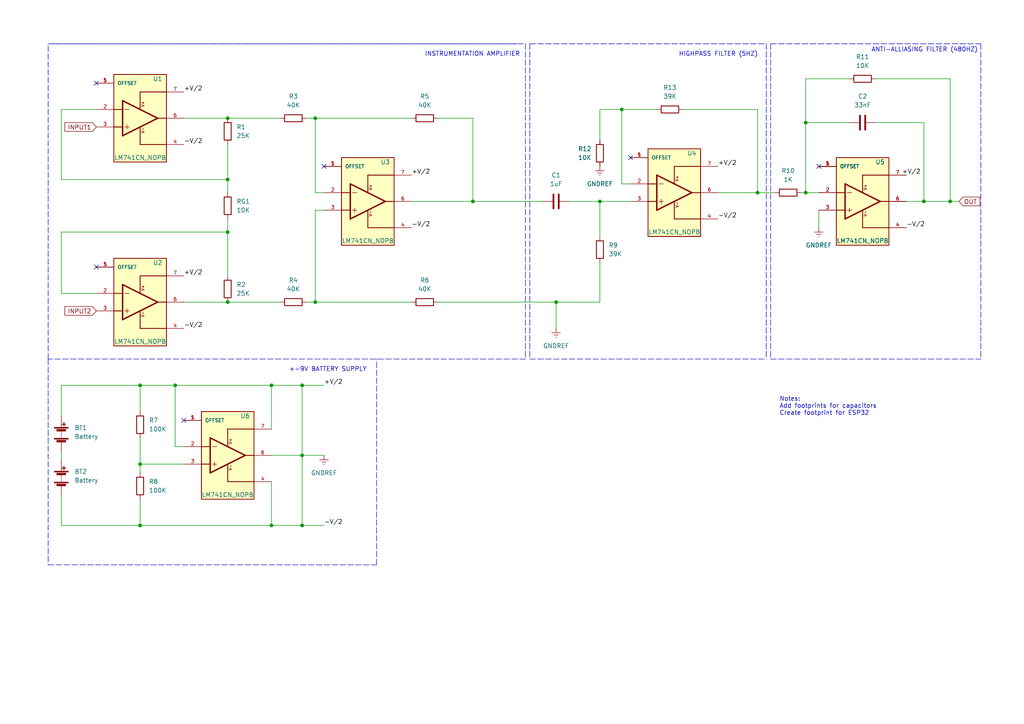
<source format=kicad_sch>
(kicad_sch (version 20211123) (generator eeschema)
  (paper "A4")
  (title_block (title "EMG_Circuit_v2.0 by Liapodimitris Efstathios Chrysovalantis") (date "2025-04-08") (rev "2"))
  (lib_symbols
    (symbol "Device:Battery" (pin_numbers hide) (pin_names (offset 0) hide)
      (property "Reference" "BT" (at 2.54 2.54 0))
      (property "Value" "Battery" (at 2.54 0 0))
      (symbol "Battery_0_1"
        (rectangle (start -2.032 -1.397) (end 2.032 -1.651) (fill (type outline)))
        (rectangle (start -2.032 1.778) (end 2.032 1.524) (fill (type outline)))
        (rectangle (start -1.3208 -1.9812) (end 1.27 -2.4892) (fill (type outline)))
        (rectangle (start -1.3208 1.1938) (end 1.27 0.6858) (fill (type outline)))
        (polyline (pts (xy 0 -1.524) (xy 0 -1.27)))
        (polyline (pts (xy 0 -1.016) (xy 0 -0.762)))
        (polyline (pts (xy 0 -0.508) (xy 0 -0.254)))
        (polyline (pts (xy 0 0) (xy 0 0.254)))
        (polyline (pts (xy 0 0.508) (xy 0 0.762)))
        (polyline (pts (xy 0 1.778) (xy 0 2.54)))
        (polyline (pts (xy 0.254 2.667) (xy 1.27 2.667)) (stroke (width 0.254)))
        (polyline (pts (xy 0.762 3.175) (xy 0.762 2.159)) (stroke (width 0.254)))
      )
      (symbol "Battery_1_1"
        (pin passive line (at 0 5.08 270) (length 2.54) (name "+") (number "1"))
        (pin passive line (at 0 -5.08 90) (length 2.54) (name "-") (number "2"))
      )
    )
    (symbol "Device:C" (pin_numbers hide) (pin_names (offset 0.254))
      (property "Reference" "C" (at 0.635 2.54 0))
      (property "Value" "C" (at 0.635 -2.54 0))
      (symbol "C_0_1"
        (polyline (pts (xy -2.032 -0.762) (xy 2.032 -0.762)) (stroke (width 0.508)))
        (polyline (pts (xy -2.032 0.762) (xy 2.032 0.762)) (stroke (width 0.508)))
      )
      (symbol "C_1_1"
        (pin passive line (at 0 3.81 270) (length 2.794) (name "~") (number "1"))
        (pin passive line (at 0 -3.81 90) (length 2.794) (name "~") (number "2"))
      )
    )
    (symbol "Device:R" (pin_numbers hide) (pin_names (offset 0))
      (property "Reference" "R" (at 2.032 0 90))
      (property "Value" "R" (at 0 0 90))
      (symbol "R_0_1"
        (rectangle (start -1.016 -2.54) (end 1.016 2.54) (stroke (width 0.254)))
      )
      (symbol "R_1_1"
        (pin passive line (at 0 3.81 270) (length 1.27) (name "~") (number "1"))
        (pin passive line (at 0 -3.81 90) (length 1.27) (name "~") (number "2"))
      )
    )
    (symbol "LM741CN:LM741CN_NOPB" (pin_names (offset 1.016))
      (property "Reference" "U" (at -7.62 13.335 0))
      (property "Value" "LM741CN_NOPB" (at -7.62 -15.24 0))
      (symbol "LM741CN_NOPB_0_0"
        (rectangle (start -7.62 -12.7) (end 7.62 12.7) (stroke (width 0.254)) (fill (type background)))
        (polyline (pts (xy -5.08 -5.08) (xy 0 -2.54)) (stroke (width 0.4064)))
        (polyline (pts (xy -5.08 -2.54) (xy -7.62 -2.54)) (stroke (width 0.254)))
        (polyline (pts (xy -5.08 -2.54) (xy -5.08 -5.08)) (stroke (width 0.4064)))
        (polyline (pts (xy -5.08 2.54) (xy -7.62 2.54)) (stroke (width 0.254)))
        (polyline (pts (xy -5.08 2.54) (xy -5.08 -2.54)) (stroke (width 0.4064)))
        (polyline (pts (xy -5.08 5.08) (xy -5.08 2.54)) (stroke (width 0.4064)))
        (polyline (pts (xy -4.445 -2.54) (xy -3.175 -2.54)) (stroke (width 0.1524)))
        (polyline (pts (xy -4.445 2.54) (xy -3.175 2.54)) (stroke (width 0.1524)))
        (polyline (pts (xy -3.81 -1.905) (xy -3.81 -3.175)) (stroke (width 0.1524)))
        (polyline (pts (xy 0 -7.62) (xy 0 -2.54)) (stroke (width 0.254)))
        (polyline (pts (xy 0 -2.54) (xy 5.08 0)) (stroke (width 0.4064)))
        (polyline (pts (xy 0 2.54) (xy -5.08 5.08)) (stroke (width 0.4064)))
        (polyline (pts (xy 0 2.54) (xy 0 7.62)) (stroke (width 0.254)))
        (polyline (pts (xy 0 7.62) (xy 7.62 7.62)) (stroke (width 0.254)))
        (polyline (pts (xy 5.08 0) (xy 0 2.54)) (stroke (width 0.4064)))
        (polyline (pts (xy 5.08 0) (xy 7.62 0)) (stroke (width 0.254)))
        (polyline (pts (xy 7.62 -7.62) (xy 0 -7.62)) (stroke (width 0.254)))
        (text "V+" (at 1.27 3.175 900) (effects (font (size 0.8128 0.8128)) (justify left bottom)))
        (text "V-" (at 1.27 -4.445 900) (effects (font (size 0.8128 0.8128)) (justify left bottom)))
        (pin input line (at -12.7 10.16 0) (length 5.08) (name "OFFSET") (number "1"))
        (pin input line (at -12.7 2.54 0) (length 5.08) (name "~") (number "2"))
        (pin input line (at -12.7 -2.54 0) (length 5.08) (name "~") (number "3"))
        (pin power_in line (at 12.7 -7.62 180) (length 5.08) (name "~") (number "4"))
        (pin input line (at -12.7 10.16 0) (length 5.08) (name "OFFSET") (number "5"))
        (pin output line (at 12.7 0 180) (length 5.08) (name "~") (number "6"))
        (pin power_in line (at 12.7 7.62 180) (length 5.08) (name "~") (number "7"))
      )
    )
    (symbol "power:GNDREF" (power) (pin_names (offset 0))
      (property "Value" "GNDREF" (at 0 -3.81 0))
      (symbol "GNDREF_0_1"
        (polyline (pts (xy -0.635 -1.905) (xy 0.635 -1.905)))
        (polyline (pts (xy -0.127 -2.54) (xy 0.127 -2.54)))
        (polyline (pts (xy 0 -1.27) (xy 0 0)))
        (polyline (pts (xy 1.27 -1.27) (xy -1.27 -1.27)))
      )
      (symbol "GNDREF_1_1"
        (pin power_in line (at 0 0 270) (length 0) hide (name "GNDREF") (number "1"))
      )
    )
  )
  (junction (at 66.04 52.07))
  (junction (at 275.59 58.42))
  (junction (at 66.04 34.29))
  (junction (at 50.8 111.76))
  (junction (at 219.71 55.88))
  (junction (at 180.34 31.75))
  (junction (at 87.63 111.76))
  (junction (at 40.64 111.76))
  (junction (at 78.74 152.4))
  (junction (at 66.04 87.63))
  (junction (at 87.63 152.4))
  (junction (at 91.44 34.29))
  (junction (at 267.97 58.42))
  (junction (at 233.68 55.88))
  (junction (at 78.74 111.76))
  (junction (at 66.04 67.31))
  (junction (at 233.68 35.56))
  (junction (at 87.63 132.08))
  (junction (at 91.44 87.63))
  (junction (at 137.16 58.42))
  (junction (at 40.64 134.62))
  (junction (at 161.29 87.63))
  (junction (at 173.99 58.42))
  (junction (at 40.64 152.4))
  (no_connect (at 182.88 45.72))
  (no_connect (at 93.98 48.26))
  (no_connect (at 27.94 77.47))
  (no_connect (at 27.94 24.13))
  (no_connect (at 237.49 48.26))
  (no_connect (at 53.34 121.92))
  (wire (pts (xy 93.98 55.88) (xy 91.44 55.88)))
  (wire (pts (xy 173.99 68.58) (xy 173.99 58.42)))
  (wire (pts (xy 254 35.56) (xy 267.97 35.56)))
  (wire (pts (xy 53.34 87.63) (xy 66.04 87.63)))
  (wire (pts (xy 87.63 132.08) (xy 93.98 132.08)))
  (wire (pts (xy 180.34 53.34) (xy 182.88 53.34)))
  (wire (pts (xy 173.99 31.75) (xy 180.34 31.75)))
  (wire (pts (xy 219.71 55.88) (xy 219.71 31.75)))
  (wire (pts (xy 261.62 50.8) (xy 262.89 50.8)))
  (wire (pts (xy 40.64 127) (xy 40.64 134.62)))
  (wire (pts (xy 17.78 120.65) (xy 17.78 111.76)))
  (wire (pts (xy 66.04 41.91) (xy 66.04 52.07)))
  (wire (pts (xy 93.98 60.96) (xy 91.44 60.96)))
  (wire (pts (xy 233.68 22.86) (xy 233.68 35.56)))
  (wire (pts (xy 53.34 34.29) (xy 66.04 34.29)))
  (polyline (pts (xy 284.48 12.7) (xy 284.48 104.14)))
  (wire (pts (xy 180.34 31.75) (xy 180.34 53.34)))
  (wire (pts (xy 267.97 58.42) (xy 275.59 58.42)))
  (wire (pts (xy 78.74 111.76) (xy 78.74 124.46)))
  (wire (pts (xy 87.63 111.76) (xy 87.63 132.08)))
  (wire (pts (xy 27.94 31.75) (xy 17.78 31.75)))
  (wire (pts (xy 161.29 87.63) (xy 173.99 87.63)))
  (wire (pts (xy 66.04 52.07) (xy 66.04 55.88)))
  (wire (pts (xy 237.49 60.96) (xy 237.49 66.04)))
  (wire (pts (xy 17.78 85.09) (xy 17.78 67.31)))
  (wire (pts (xy 40.64 134.62) (xy 40.64 137.16)))
  (wire (pts (xy 66.04 63.5) (xy 66.04 67.31)))
  (wire (pts (xy 87.63 152.4) (xy 93.98 152.4)))
  (wire (pts (xy 78.74 111.76) (xy 87.63 111.76)))
  (wire (pts (xy 27.94 85.09) (xy 17.78 85.09)))
  (wire (pts (xy 173.99 40.64) (xy 173.99 31.75)))
  (wire (pts (xy 91.44 87.63) (xy 88.9 87.63)))
  (wire (pts (xy 137.16 58.42) (xy 157.48 58.42)))
  (wire (pts (xy 78.74 152.4) (xy 87.63 152.4)))
  (wire (pts (xy 246.38 22.86) (xy 233.68 22.86)))
  (wire (pts (xy 91.44 55.88) (xy 91.44 34.29)))
  (wire (pts (xy 161.29 87.63) (xy 161.29 95.25)))
  (wire (pts (xy 233.68 55.88) (xy 237.49 55.88)))
  (wire (pts (xy 137.16 34.29) (xy 137.16 58.42)))
  (wire (pts (xy 66.04 67.31) (xy 66.04 80.01)))
  (polyline (pts (xy 13.97 104.14) (xy 13.97 163.83)))
  (wire (pts (xy 17.78 143.51) (xy 17.78 152.4)))
  (polyline (pts (xy 153.67 12.7) (xy 153.67 104.14)))
  (polyline (pts (xy 153.67 104.14) (xy 222.25 104.14)))
  (wire (pts (xy 233.68 35.56) (xy 233.68 55.88)))
  (wire (pts (xy 40.64 119.38) (xy 40.64 111.76)))
  (wire (pts (xy 173.99 58.42) (xy 182.88 58.42)))
  (wire (pts (xy 66.04 87.63) (xy 81.28 87.63)))
  (wire (pts (xy 40.64 111.76) (xy 50.8 111.76)))
  (polyline (pts (xy 13.97 104.14) (xy 13.97 12.7)))
  (wire (pts (xy 87.63 152.4) (xy 87.63 132.08)))
  (polyline (pts (xy 223.52 12.7) (xy 223.52 104.14)))
  (wire (pts (xy 198.12 31.75) (xy 219.71 31.75)))
  (wire (pts (xy 275.59 58.42) (xy 278.13 58.42)))
  (wire (pts (xy 91.44 34.29) (xy 119.38 34.29)))
  (wire (pts (xy 17.78 31.75) (xy 17.78 52.07)))
  (wire (pts (xy 127 87.63) (xy 161.29 87.63)))
  (wire (pts (xy 50.8 111.76) (xy 78.74 111.76)))
  (wire (pts (xy 208.28 55.88) (xy 219.71 55.88)))
  (polyline (pts (xy 223.52 104.14) (xy 284.48 104.14)))
  (polyline (pts (xy 222.25 12.7) (xy 222.25 104.14)))
  (wire (pts (xy 91.44 60.96) (xy 91.44 87.63)))
  (wire (pts (xy 262.89 58.42) (xy 267.97 58.42)))
  (wire (pts (xy 40.64 144.78) (xy 40.64 152.4)))
  (wire (pts (xy 119.38 58.42) (xy 137.16 58.42)))
  (wire (pts (xy 91.44 34.29) (xy 88.9 34.29)))
  (wire (pts (xy 17.78 67.31) (xy 66.04 67.31)))
  (wire (pts (xy 219.71 55.88) (xy 224.79 55.88)))
  (polyline (pts (xy 15.24 12.7) (xy 152.4 12.7)))
  (wire (pts (xy 254 22.86) (xy 275.59 22.86)))
  (wire (pts (xy 267.97 35.56) (xy 267.97 58.42)))
  (wire (pts (xy 87.63 111.76) (xy 93.98 111.76)))
  (polyline (pts (xy 152.4 12.7) (xy 152.4 104.14)))
  (polyline (pts (xy 13.97 12.7) (xy 149.86 12.7)))
  (wire (pts (xy 66.04 34.29) (xy 81.28 34.29)))
  (polyline (pts (xy 153.67 12.7) (xy 222.25 12.7)))
  (polyline (pts (xy 152.4 104.14) (xy 13.97 104.14)))
  (wire (pts (xy 17.78 111.76) (xy 40.64 111.76)))
  (wire (pts (xy 127 34.29) (xy 137.16 34.29)))
  (wire (pts (xy 78.74 139.7) (xy 78.74 152.4)))
  (wire (pts (xy 40.64 152.4) (xy 78.74 152.4)))
  (wire (pts (xy 17.78 52.07) (xy 66.04 52.07)))
  (wire (pts (xy 17.78 130.81) (xy 17.78 133.35)))
  (wire (pts (xy 246.38 35.56) (xy 233.68 35.56)))
  (wire (pts (xy 275.59 22.86) (xy 275.59 58.42)))
  (wire (pts (xy 232.41 55.88) (xy 233.68 55.88)))
  (wire (pts (xy 17.78 152.4) (xy 40.64 152.4)))
  (polyline (pts (xy 223.52 12.7) (xy 284.48 12.7)))
  (wire (pts (xy 53.34 129.54) (xy 50.8 129.54)))
  (wire (pts (xy 180.34 31.75) (xy 190.5 31.75)))
  (wire (pts (xy 173.99 76.2) (xy 173.99 87.63)))
  (wire (pts (xy 50.8 129.54) (xy 50.8 111.76)))
  (wire (pts (xy 165.1 58.42) (xy 173.99 58.42)))
  (wire (pts (xy 40.64 134.62) (xy 53.34 134.62)))
  (polyline (pts (xy 109.22 163.83) (xy 109.22 104.14)))
  (wire (pts (xy 87.63 132.08) (xy 78.74 132.08)))
  (polyline (pts (xy 13.97 163.83) (xy 109.22 163.83)))
  (wire (pts (xy 91.44 87.63) (xy 119.38 87.63)))
  (text "HIGHPASS FILTER (5HZ)" (at 196.85 16.51 0) (effects (font (size 1.27 1.27)) (justify left bottom)))
  (text "Notes:\nAdd footprints for capacitors\nCreate footprint for ESP32\n" (at 226.06 120.65 0) (effects (font (size 1.27 1.27)) (justify left bottom)))
  (text "INSTRUMENTATION AMPLIFIER" (at 123.19 16.51 0) (effects (font (size 1.27 1.27)) (justify left bottom)))
  (text "+-9V BATTERY SUPPLY " (at 83.82 107.95 0) (effects (font (size 1.27 1.27)) (justify left bottom)))
  (text "ANTI-ALLIASING FILTER (480HZ)" (at 252.73 15.24 0) (effects (font (size 1.27 1.27)) (justify left bottom)))
  (label "-V{slash}2" (at 53.34 41.91 0))
  (label "-V{slash}2" (at 119.38 66.04 0))
  (label "-V{slash}2" (at 93.98 152.4 0))
  (label "-V{slash}2" (at 262.89 66.04 0))
  (label "+V{slash}2" (at 93.98 111.76 0))
  (label "+V{slash}2" (at 261.62 50.8 0))
  (label "-V{slash}2" (at 208.28 63.5 0))
  (label "+V{slash}2" (at 119.38 50.8 0))
  (label "+V{slash}2" (at 53.34 80.01 0))
  (label "-V{slash}2" (at 53.34 95.25 0))
  (label "+V{slash}2" (at 208.28 48.26 0))
  (label "+V{slash}2" (at 53.34 26.67 0))
  (global_label "INPUT1" (shape input) (at 27.94 36.83 180) (property "Intersheet References" "${INTERSHEET_REFS}" (effects hide)))
  (global_label "INPUT2" (shape input) (at 27.94 90.17 180) (property "Intersheet References" "${INTERSHEET_REFS}" (effects hide)))
  (global_label "OUT" (shape input) (at 278.13 58.42 0) (property "Intersheet References" "${INTERSHEET_REFS}" (effects hide)))
  (symbol (lib_id "Device:R") (at 85.09 87.63 90) (unit 1)
    (property "Reference" "R4" (at 85.09 81.28 90))
    (property "Value" "40K" (at 85.09 83.82 90))
    (property "Footprint" "Resistor_THT:R_Axial_DIN0204_L3.6mm_D1.6mm_P7.62mm_Horizontal" (effects hide))
  )
  (symbol (lib_id "Device:C") (at 250.19 35.56 90) (unit 1)
    (property "Reference" "C2" (at 250.19 27.94 90))
    (property "Value" "33nF" (at 250.19 30.48 90))
    (property "Footprint" "Capacitor_THT:C_Radial_D10.0mm_H16.0mm_P5.00mm" (effects hide))
  )
  (symbol (lib_id "power:GNDREF") (at 173.99 48.26 0) (unit 1)
    (property "Reference" "#PWR0101" (effects hide))
    (property "Value" "GNDREF" (at 173.99 53.34 0))
  )
  (symbol (lib_id "Device:R") (at 173.99 44.45 0) (unit 1)
    (property "Reference" "R12" (at 167.64 43.18 0) (effects (justify left)))
    (property "Value" "10K" (at 167.64 45.72 0) (effects (justify left)))
    (property "Footprint" "Resistor_THT:R_Axial_DIN0204_L3.6mm_D1.6mm_P7.62mm_Horizontal" (effects hide))
  )
  (symbol (lib_id "Device:R") (at 66.04 38.1 0) (unit 1)
    (property "Reference" "R1" (at 68.58 36.8299 0) (effects (justify left)))
    (property "Value" "25K" (at 68.58 39.3699 0) (effects (justify left)))
    (property "Footprint" "Resistor_THT:R_Axial_DIN0204_L3.6mm_D1.6mm_P7.62mm_Horizontal" (effects hide))
  )
  (symbol (lib_id "Device:R") (at 40.64 140.97 0) (unit 1)
    (property "Reference" "R8" (at 43.18 139.6999 0) (effects (justify left)))
    (property "Value" "100K" (at 43.18 142.2399 0) (effects (justify left)))
    (property "Footprint" "Resistor_THT:R_Axial_DIN0204_L3.6mm_D1.6mm_P7.62mm_Horizontal" (effects hide))
  )
  (symbol (lib_id "LM741CN:LM741CN_NOPB") (at 250.19 58.42 0) (unit 1)
    (property "Reference" "U5" (at 255.27 46.99 0))
    (property "Value" "LM741CN_NOPB" (at 250.19 69.85 0))
    (property "Footprint" "LM741CN_NOPB:DIP794W45P254L1016H508Q8" (effects hide))
    (property "MF" "Texas" (effects hide))
    (property "MAXIMUM_PACKAGE_HEIGHT" "5.08mm" (effects hide))
    (property "Package" "PDIP-8 Texas" (effects hide))
    (property "Price" "None" (effects hide))
    (property "Check_prices" "https://www.snapeda.com/parts/LM741CN/Texas+Instruments/view-part/?ref=eda" (effects hide))
    (property "STANDARD" "IPC 7351B" (effects hide))
    (property "PARTREV" "N/A" (effects hide))
    (property "SnapEDA_Link" "https://www.snapeda.com/parts/LM741CN/Texas+Instruments/view-part/?ref=snap" (effects hide))
    (property "MP" "LM741CN" (effects hide))
    (property "Description" "\n                        \n                            INTEGRATED CIRCUIT SINGLE GENERAL PURPOSE OPERATIONAL AMP 8-LEAD DIP\n                        \n" (effects hide))
    (property "Availability" "In Stock" (effects hide))
    (property "MANUFACTURER" "Texas Instruments" (effects hide))
  )
  (symbol (lib_id "Device:R") (at 123.19 34.29 90) (unit 1)
    (property "Reference" "R5" (at 123.19 27.94 90))
    (property "Value" "40K" (at 123.19 30.48 90))
    (property "Footprint" "Resistor_THT:R_Axial_DIN0204_L3.6mm_D1.6mm_P7.62mm_Horizontal" (effects hide))
  )
  (symbol (lib_id "power:GNDREF") (at 93.98 132.08 0) (unit 1)
    (property "Reference" "#PWR0103" (effects hide))
    (property "Value" "GNDREF" (at 93.98 137.16 0))
  )
  (symbol (lib_id "LM741CN:LM741CN_NOPB") (at 66.04 132.08 0) (unit 1)
    (property "Reference" "U6" (at 71.12 120.65 0))
    (property "Value" "LM741CN_NOPB" (at 66.04 143.51 0))
    (property "Footprint" "LM741CN_NOPB:DIP794W45P254L1016H508Q8" (effects hide))
    (property "MF" "Texas" (effects hide))
    (property "MAXIMUM_PACKAGE_HEIGHT" "5.08mm" (effects hide))
    (property "Package" "PDIP-8 Texas" (effects hide))
    (property "Price" "None" (effects hide))
    (property "Check_prices" "https://www.snapeda.com/parts/LM741CN/Texas+Instruments/view-part/?ref=eda" (effects hide))
    (property "STANDARD" "IPC 7351B" (effects hide))
    (property "PARTREV" "N/A" (effects hide))
    (property "SnapEDA_Link" "https://www.snapeda.com/parts/LM741CN/Texas+Instruments/view-part/?ref=snap" (effects hide))
    (property "MP" "LM741CN" (effects hide))
    (property "Description" "\n                        \n                            INTEGRATED CIRCUIT SINGLE GENERAL PURPOSE OPERATIONAL AMP 8-LEAD DIP\n                        \n" (effects hide))
    (property "Availability" "In Stock" (effects hide))
    (property "MANUFACTURER" "Texas Instruments" (effects hide))
  )
  (symbol (lib_id "Device:R") (at 40.64 123.19 0) (unit 1)
    (property "Reference" "R7" (at 43.18 121.9199 0) (effects (justify left)))
    (property "Value" "100K" (at 43.18 124.4599 0) (effects (justify left)))
    (property "Footprint" "Resistor_THT:R_Axial_DIN0204_L3.6mm_D1.6mm_P7.62mm_Horizontal" (effects hide))
  )
  (symbol (lib_id "Device:R") (at 173.99 72.39 0) (unit 1)
    (property "Reference" "R9" (at 176.53 71.1199 0) (effects (justify left)))
    (property "Value" "39K" (at 176.53 73.6599 0) (effects (justify left)))
    (property "Footprint" "Resistor_THT:R_Axial_DIN0204_L3.6mm_D1.6mm_P7.62mm_Horizontal" (effects hide))
  )
  (symbol (lib_id "Device:Battery") (at 17.78 125.73 0) (unit 1)
    (property "Reference" "BT1" (at 21.59 124.0789 0) (effects (justify left)))
    (property "Value" "Battery" (at 21.59 126.6189 0) (effects (justify left)))
    (property "Footprint" "Battery_Holder:BAT_BA9VPC" (effects hide))
  )
  (symbol (lib_id "Device:R") (at 85.09 34.29 90) (unit 1)
    (property "Reference" "R3" (at 85.09 27.94 90))
    (property "Value" "40K" (at 85.09 30.48 90))
    (property "Footprint" "Resistor_THT:R_Axial_DIN0204_L3.6mm_D1.6mm_P7.62mm_Horizontal" (effects hide))
  )
  (symbol (lib_id "Device:R") (at 250.19 22.86 90) (unit 1)
    (property "Reference" "R11" (at 250.19 16.51 90))
    (property "Value" "10K" (at 250.19 19.05 90))
    (property "Footprint" "Resistor_THT:R_Axial_DIN0204_L3.6mm_D1.6mm_P7.62mm_Horizontal" (effects hide))
  )
  (symbol (lib_id "Device:R") (at 123.19 87.63 90) (unit 1)
    (property "Reference" "R6" (at 123.19 81.28 90))
    (property "Value" "40K" (at 123.19 83.82 90))
    (property "Footprint" "Resistor_THT:R_Axial_DIN0204_L3.6mm_D1.6mm_P7.62mm_Horizontal" (effects hide))
  )
  (symbol (lib_id "LM741CN:LM741CN_NOPB") (at 40.64 87.63 0) (unit 1)
    (property "Reference" "U2" (at 45.72 76.2 0))
    (property "Value" "LM741CN_NOPB" (at 40.64 99.06 0))
    (property "Footprint" "LM741CN_NOPB:DIP794W45P254L1016H508Q8" (effects hide))
    (property "MF" "Texas" (effects hide))
    (property "MAXIMUM_PACKAGE_HEIGHT" "5.08mm" (effects hide))
    (property "Package" "PDIP-8 Texas" (effects hide))
    (property "Price" "None" (effects hide))
    (property "Check_prices" "https://www.snapeda.com/parts/LM741CN/Texas+Instruments/view-part/?ref=eda" (effects hide))
    (property "STANDARD" "IPC 7351B" (effects hide))
    (property "PARTREV" "N/A" (effects hide))
    (property "SnapEDA_Link" "https://www.snapeda.com/parts/LM741CN/Texas+Instruments/view-part/?ref=snap" (effects hide))
    (property "MP" "LM741CN" (effects hide))
    (property "Description" "\n                        \n                            INTEGRATED CIRCUIT SINGLE GENERAL PURPOSE OPERATIONAL AMP 8-LEAD DIP\n                        \n" (effects hide))
    (property "Availability" "In Stock" (effects hide))
    (property "MANUFACTURER" "Texas Instruments" (effects hide))
  )
  (symbol (lib_id "Device:C") (at 161.29 58.42 90) (unit 1)
    (property "Reference" "C1" (at 161.29 50.8 90))
    (property "Value" "1uF" (at 161.29 53.34 90))
    (property "Footprint" "Capacitor_THT:C_Radial_D10.0mm_H16.0mm_P5.00mm" (effects hide))
  )
  (symbol (lib_id "LM741CN:LM741CN_NOPB") (at 40.64 34.29 0) (unit 1)
    (property "Reference" "U1" (at 45.72 22.86 0))
    (property "Value" "LM741CN_NOPB" (at 40.64 45.72 0))
    (property "Footprint" "LM741CN_NOPB:DIP794W45P254L1016H508Q8" (effects hide))
    (property "MF" "Texas" (effects hide))
    (property "MAXIMUM_PACKAGE_HEIGHT" "5.08mm" (effects hide))
    (property "Package" "PDIP-8 Texas" (effects hide))
    (property "Price" "None" (effects hide))
    (property "Check_prices" "https://www.snapeda.com/parts/LM741CN/Texas+Instruments/view-part/?ref=eda" (effects hide))
    (property "STANDARD" "IPC 7351B" (effects hide))
    (property "PARTREV" "N/A" (effects hide))
    (property "SnapEDA_Link" "https://www.snapeda.com/parts/LM741CN/Texas+Instruments/view-part/?ref=snap" (effects hide))
    (property "MP" "LM741CN" (effects hide))
    (property "Description" "\n                        \n                            INTEGRATED CIRCUIT SINGLE GENERAL PURPOSE OPERATIONAL AMP 8-LEAD DIP\n                        \n" (effects hide))
    (property "Availability" "In Stock" (effects hide))
    (property "MANUFACTURER" "Texas Instruments" (effects hide))
  )
  (symbol (lib_id "Device:R") (at 194.31 31.75 90) (unit 1)
    (property "Reference" "R13" (at 194.31 25.4 90))
    (property "Value" "39K" (at 194.31 27.94 90))
    (property "Footprint" "Resistor_THT:R_Axial_DIN0204_L3.6mm_D1.6mm_P7.62mm_Horizontal" (effects hide))
  )
  (symbol (lib_id "LM741CN:LM741CN_NOPB") (at 195.58 55.88 0) (unit 1)
    (property "Reference" "U4" (at 200.66 44.45 0))
    (property "Value" "LM741CN_NOPB" (at 195.58 67.31 0))
    (property "Footprint" "LM741CN_NOPB:DIP794W45P254L1016H508Q8" (effects hide))
    (property "MF" "Texas" (effects hide))
    (property "MAXIMUM_PACKAGE_HEIGHT" "5.08mm" (effects hide))
    (property "Package" "PDIP-8 Texas" (effects hide))
    (property "Price" "None" (effects hide))
    (property "Check_prices" "https://www.snapeda.com/parts/LM741CN/Texas+Instruments/view-part/?ref=eda" (effects hide))
    (property "STANDARD" "IPC 7351B" (effects hide))
    (property "PARTREV" "N/A" (effects hide))
    (property "SnapEDA_Link" "https://www.snapeda.com/parts/LM741CN/Texas+Instruments/view-part/?ref=snap" (effects hide))
    (property "MP" "LM741CN" (effects hide))
    (property "Description" "\n                        \n                            INTEGRATED CIRCUIT SINGLE GENERAL PURPOSE OPERATIONAL AMP 8-LEAD DIP\n                        \n" (effects hide))
    (property "Availability" "In Stock" (effects hide))
    (property "MANUFACTURER" "Texas Instruments" (effects hide))
  )
  (symbol (lib_id "Device:R") (at 228.6 55.88 90) (unit 1)
    (property "Reference" "R10" (at 228.6 49.53 90))
    (property "Value" "1K" (at 228.6 52.07 90))
    (property "Footprint" "Resistor_THT:R_Axial_DIN0204_L3.6mm_D1.6mm_P7.62mm_Horizontal" (effects hide))
  )
  (symbol (lib_id "Device:R") (at 66.04 83.82 0) (unit 1)
    (property "Reference" "R2" (at 68.58 82.5499 0) (effects (justify left)))
    (property "Value" "25K" (at 68.58 85.0899 0) (effects (justify left)))
    (property "Footprint" "Resistor_THT:R_Axial_DIN0204_L3.6mm_D1.6mm_P7.62mm_Horizontal" (effects hide))
  )
  (symbol (lib_id "power:GNDREF") (at 237.49 66.04 0) (unit 1)
    (property "Reference" "#PWR0105" (effects hide))
    (property "Value" "GNDREF" (at 237.49 71.12 0))
  )
  (symbol (lib_id "LM741CN:LM741CN_NOPB") (at 106.68 58.42 0) (unit 1)
    (property "Reference" "U3" (at 111.76 46.99 0))
    (property "Value" "LM741CN_NOPB" (at 106.68 69.85 0))
    (property "Footprint" "LM741CN_NOPB:DIP794W45P254L1016H508Q8" (effects hide))
    (property "MF" "Texas" (effects hide))
    (property "MAXIMUM_PACKAGE_HEIGHT" "5.08mm" (effects hide))
    (property "Package" "PDIP-8 Texas" (effects hide))
    (property "Price" "None" (effects hide))
    (property "Check_prices" "https://www.snapeda.com/parts/LM741CN/Texas+Instruments/view-part/?ref=eda" (effects hide))
    (property "STANDARD" "IPC 7351B" (effects hide))
    (property "PARTREV" "N/A" (effects hide))
    (property "SnapEDA_Link" "https://www.snapeda.com/parts/LM741CN/Texas+Instruments/view-part/?ref=snap" (effects hide))
    (property "MP" "LM741CN" (effects hide))
    (property "Description" "\n                        \n                            INTEGRATED CIRCUIT SINGLE GENERAL PURPOSE OPERATIONAL AMP 8-LEAD DIP\n                        \n" (effects hide))
    (property "Availability" "In Stock" (effects hide))
    (property "MANUFACTURER" "Texas Instruments" (effects hide))
  )
  (symbol (lib_id "Device:R") (at 66.04 59.69 0) (unit 1)
    (property "Reference" "RG1" (at 68.58 58.4199 0) (effects (justify left)))
    (property "Value" "10K" (at 68.58 60.9599 0) (effects (justify left)))
    (property "Footprint" "Resistor_THT:R_Axial_DIN0204_L3.6mm_D1.6mm_P7.62mm_Horizontal" (effects hide))
  )
  (symbol (lib_id "power:GNDREF") (at 161.29 95.25 0) (unit 1)
    (property "Reference" "#PWR0102" (effects hide))
    (property "Value" "GNDREF" (at 161.29 100.33 0))
  )
  (symbol (lib_id "Device:Battery") (at 17.78 138.43 0) (unit 1)
    (property "Reference" "BT2" (at 21.59 136.7789 0) (effects (justify left)))
    (property "Value" "Battery" (at 21.59 139.3189 0) (effects (justify left)))
    (property "Footprint" "Battery_Holder:BAT_BA9VPC" (effects hide))
  )
)
</source>
